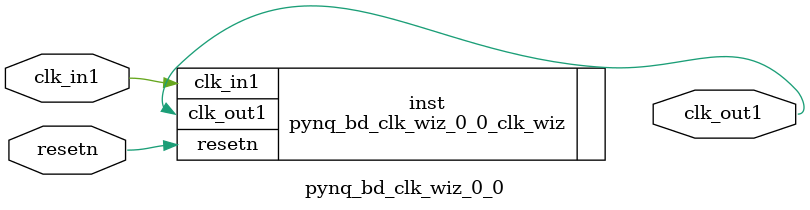
<source format=v>


`timescale 1ps/1ps

(* CORE_GENERATION_INFO = "pynq_bd_clk_wiz_0_0,clk_wiz_v6_0_11_0_0,{component_name=pynq_bd_clk_wiz_0_0,use_phase_alignment=true,use_min_o_jitter=false,use_max_i_jitter=false,use_dyn_phase_shift=false,use_inclk_switchover=false,use_dyn_reconfig=false,enable_axi=0,feedback_source=FDBK_AUTO,PRIMITIVE=MMCM,num_out_clk=1,clkin1_period=10.000,clkin2_period=10.000,use_power_down=false,use_reset=true,use_locked=false,use_inclk_stopped=false,feedback_type=SINGLE,CLOCK_MGR_TYPE=NA,manual_override=false}" *)

module pynq_bd_clk_wiz_0_0 
 (
  // Clock out ports
  output        clk_out1,
  // Status and control signals
  input         resetn,
 // Clock in ports
  input         clk_in1
 );

  pynq_bd_clk_wiz_0_0_clk_wiz inst
  (
  // Clock out ports  
  .clk_out1(clk_out1),
  // Status and control signals               
  .resetn(resetn), 
 // Clock in ports
  .clk_in1(clk_in1)
  );

endmodule

</source>
